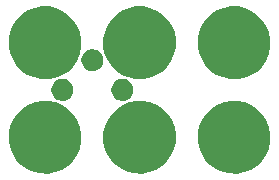
<source format=gts>
%TF.GenerationSoftware,KiCad,Pcbnew,4.0.5-e0-6337~49~ubuntu16.04.1*%
%TF.CreationDate,2017-01-20T19:30:51-08:00*%
%TF.ProjectId,2x3-Mini-Potentiometer-3386P-TH,3278332D4D696E692D506F74656E7469,1.0*%
%TF.FileFunction,Soldermask,Top*%
%FSLAX46Y46*%
G04 Gerber Fmt 4.6, Leading zero omitted, Abs format (unit mm)*
G04 Created by KiCad (PCBNEW 4.0.5-e0-6337~49~ubuntu16.04.1) date Fri Jan 20 19:30:51 2017*
%MOMM*%
%LPD*%
G01*
G04 APERTURE LIST*
%ADD10C,0.350000*%
G04 APERTURE END LIST*
D10*
G36*
X153783830Y-95842607D02*
X154374775Y-95963911D01*
X154930918Y-96197692D01*
X155431054Y-96535038D01*
X155856141Y-96963103D01*
X156189986Y-97465581D01*
X156419876Y-98023336D01*
X156536984Y-98614774D01*
X156536984Y-98614784D01*
X156537051Y-98615123D01*
X156527430Y-99304176D01*
X156527353Y-99304514D01*
X156527353Y-99304522D01*
X156393777Y-99892461D01*
X156148405Y-100443576D01*
X155800657Y-100936538D01*
X155363782Y-101352569D01*
X154854420Y-101675821D01*
X154291974Y-101893979D01*
X153697867Y-101998736D01*
X153094723Y-101986102D01*
X152505520Y-101856557D01*
X151952702Y-101615037D01*
X151457327Y-101270742D01*
X151038257Y-100836783D01*
X150711458Y-100329690D01*
X150489376Y-99768774D01*
X150380475Y-99175418D01*
X150388897Y-98572201D01*
X150514326Y-97982107D01*
X150751979Y-97427618D01*
X151092811Y-96929848D01*
X151523832Y-96507760D01*
X152028633Y-96177428D01*
X152587979Y-95951437D01*
X153180565Y-95838396D01*
X153783830Y-95842607D01*
X153783830Y-95842607D01*
G37*
G36*
X161783830Y-95842607D02*
X162374775Y-95963911D01*
X162930918Y-96197692D01*
X163431054Y-96535038D01*
X163856141Y-96963103D01*
X164189986Y-97465581D01*
X164419876Y-98023336D01*
X164536984Y-98614774D01*
X164536984Y-98614784D01*
X164537051Y-98615123D01*
X164527430Y-99304176D01*
X164527353Y-99304514D01*
X164527353Y-99304522D01*
X164393777Y-99892461D01*
X164148405Y-100443576D01*
X163800657Y-100936538D01*
X163363782Y-101352569D01*
X162854420Y-101675821D01*
X162291974Y-101893979D01*
X161697867Y-101998736D01*
X161094723Y-101986102D01*
X160505520Y-101856557D01*
X159952702Y-101615037D01*
X159457327Y-101270742D01*
X159038257Y-100836783D01*
X158711458Y-100329690D01*
X158489376Y-99768774D01*
X158380475Y-99175418D01*
X158388897Y-98572201D01*
X158514326Y-97982107D01*
X158751979Y-97427618D01*
X159092811Y-96929848D01*
X159523832Y-96507760D01*
X160028633Y-96177428D01*
X160587979Y-95951437D01*
X161180565Y-95838396D01*
X161783830Y-95842607D01*
X161783830Y-95842607D01*
G37*
G36*
X145783830Y-95842607D02*
X146374775Y-95963911D01*
X146930918Y-96197692D01*
X147431054Y-96535038D01*
X147856141Y-96963103D01*
X148189986Y-97465581D01*
X148419876Y-98023336D01*
X148536984Y-98614774D01*
X148536984Y-98614784D01*
X148537051Y-98615123D01*
X148527430Y-99304176D01*
X148527353Y-99304514D01*
X148527353Y-99304522D01*
X148393777Y-99892461D01*
X148148405Y-100443576D01*
X147800657Y-100936538D01*
X147363782Y-101352569D01*
X146854420Y-101675821D01*
X146291974Y-101893979D01*
X145697867Y-101998736D01*
X145094723Y-101986102D01*
X144505520Y-101856557D01*
X143952702Y-101615037D01*
X143457327Y-101270742D01*
X143038257Y-100836783D01*
X142711458Y-100329690D01*
X142489376Y-99768774D01*
X142380475Y-99175418D01*
X142388897Y-98572201D01*
X142514326Y-97982107D01*
X142751979Y-97427618D01*
X143092811Y-96929848D01*
X143523832Y-96507760D01*
X144028633Y-96177428D01*
X144587979Y-95951437D01*
X145180565Y-95838396D01*
X145783830Y-95842607D01*
X145783830Y-95842607D01*
G37*
G36*
X152098006Y-93991175D02*
X152275927Y-94027697D01*
X152443378Y-94098087D01*
X152593961Y-94199657D01*
X152721949Y-94328541D01*
X152822463Y-94479829D01*
X152891682Y-94647765D01*
X152926892Y-94825587D01*
X152926892Y-94825602D01*
X152926959Y-94825941D01*
X152924062Y-95033405D01*
X152923986Y-95033739D01*
X152923986Y-95033752D01*
X152883822Y-95210532D01*
X152809946Y-95376462D01*
X152705243Y-95524887D01*
X152573705Y-95650148D01*
X152420343Y-95747476D01*
X152250999Y-95813160D01*
X152072123Y-95844701D01*
X151890524Y-95840896D01*
X151713122Y-95801892D01*
X151546675Y-95729173D01*
X151397527Y-95625513D01*
X151271351Y-95494854D01*
X151172956Y-95342173D01*
X151106088Y-95173287D01*
X151073301Y-94994640D01*
X151075836Y-94813019D01*
X151113602Y-94635348D01*
X151185155Y-94468400D01*
X151287775Y-94318528D01*
X151417549Y-94191444D01*
X151569539Y-94091985D01*
X151737951Y-94023942D01*
X151916368Y-93989907D01*
X152098006Y-93991175D01*
X152098006Y-93991175D01*
G37*
G36*
X147018006Y-93991175D02*
X147195927Y-94027697D01*
X147363378Y-94098087D01*
X147513961Y-94199657D01*
X147641949Y-94328541D01*
X147742463Y-94479829D01*
X147811682Y-94647765D01*
X147846892Y-94825587D01*
X147846892Y-94825602D01*
X147846959Y-94825941D01*
X147844062Y-95033405D01*
X147843986Y-95033739D01*
X147843986Y-95033752D01*
X147803822Y-95210532D01*
X147729946Y-95376462D01*
X147625243Y-95524887D01*
X147493705Y-95650148D01*
X147340343Y-95747476D01*
X147170999Y-95813160D01*
X146992123Y-95844701D01*
X146810524Y-95840896D01*
X146633122Y-95801892D01*
X146466675Y-95729173D01*
X146317527Y-95625513D01*
X146191351Y-95494854D01*
X146092956Y-95342173D01*
X146026088Y-95173287D01*
X145993301Y-94994640D01*
X145995836Y-94813019D01*
X146033602Y-94635348D01*
X146105155Y-94468400D01*
X146207775Y-94318528D01*
X146337549Y-94191444D01*
X146489539Y-94091985D01*
X146657951Y-94023942D01*
X146836368Y-93989907D01*
X147018006Y-93991175D01*
X147018006Y-93991175D01*
G37*
G36*
X153783830Y-87842607D02*
X154374775Y-87963911D01*
X154930918Y-88197692D01*
X155431054Y-88535038D01*
X155856141Y-88963103D01*
X156189986Y-89465581D01*
X156419876Y-90023336D01*
X156536984Y-90614774D01*
X156536984Y-90614784D01*
X156537051Y-90615123D01*
X156527430Y-91304176D01*
X156527353Y-91304514D01*
X156527353Y-91304522D01*
X156393777Y-91892461D01*
X156148405Y-92443576D01*
X155800657Y-92936538D01*
X155363782Y-93352569D01*
X154854420Y-93675821D01*
X154291974Y-93893979D01*
X153697867Y-93998736D01*
X153094723Y-93986102D01*
X152505520Y-93856557D01*
X151952702Y-93615037D01*
X151457327Y-93270742D01*
X151038257Y-92836783D01*
X150711458Y-92329690D01*
X150489376Y-91768774D01*
X150380475Y-91175418D01*
X150388897Y-90572201D01*
X150514326Y-89982107D01*
X150751979Y-89427618D01*
X151092811Y-88929848D01*
X151523832Y-88507760D01*
X152028633Y-88177428D01*
X152587979Y-87951437D01*
X153180565Y-87838396D01*
X153783830Y-87842607D01*
X153783830Y-87842607D01*
G37*
G36*
X161783830Y-87842607D02*
X162374775Y-87963911D01*
X162930918Y-88197692D01*
X163431054Y-88535038D01*
X163856141Y-88963103D01*
X164189986Y-89465581D01*
X164419876Y-90023336D01*
X164536984Y-90614774D01*
X164536984Y-90614784D01*
X164537051Y-90615123D01*
X164527430Y-91304176D01*
X164527353Y-91304514D01*
X164527353Y-91304522D01*
X164393777Y-91892461D01*
X164148405Y-92443576D01*
X163800657Y-92936538D01*
X163363782Y-93352569D01*
X162854420Y-93675821D01*
X162291974Y-93893979D01*
X161697867Y-93998736D01*
X161094723Y-93986102D01*
X160505520Y-93856557D01*
X159952702Y-93615037D01*
X159457327Y-93270742D01*
X159038257Y-92836783D01*
X158711458Y-92329690D01*
X158489376Y-91768774D01*
X158380475Y-91175418D01*
X158388897Y-90572201D01*
X158514326Y-89982107D01*
X158751979Y-89427618D01*
X159092811Y-88929848D01*
X159523832Y-88507760D01*
X160028633Y-88177428D01*
X160587979Y-87951437D01*
X161180565Y-87838396D01*
X161783830Y-87842607D01*
X161783830Y-87842607D01*
G37*
G36*
X145783830Y-87842607D02*
X146374775Y-87963911D01*
X146930918Y-88197692D01*
X147431054Y-88535038D01*
X147856141Y-88963103D01*
X148189986Y-89465581D01*
X148419876Y-90023336D01*
X148536984Y-90614774D01*
X148536984Y-90614784D01*
X148537051Y-90615123D01*
X148527430Y-91304176D01*
X148527353Y-91304514D01*
X148527353Y-91304522D01*
X148393777Y-91892461D01*
X148148405Y-92443576D01*
X147800657Y-92936538D01*
X147363782Y-93352569D01*
X146854420Y-93675821D01*
X146291974Y-93893979D01*
X145697867Y-93998736D01*
X145094723Y-93986102D01*
X144505520Y-93856557D01*
X143952702Y-93615037D01*
X143457327Y-93270742D01*
X143038257Y-92836783D01*
X142711458Y-92329690D01*
X142489376Y-91768774D01*
X142380475Y-91175418D01*
X142388897Y-90572201D01*
X142514326Y-89982107D01*
X142751979Y-89427618D01*
X143092811Y-88929848D01*
X143523832Y-88507760D01*
X144028633Y-88177428D01*
X144587979Y-87951437D01*
X145180565Y-87838396D01*
X145783830Y-87842607D01*
X145783830Y-87842607D01*
G37*
G36*
X149558006Y-91463455D02*
X149735927Y-91499977D01*
X149903378Y-91570367D01*
X150053961Y-91671937D01*
X150181949Y-91800821D01*
X150282463Y-91952109D01*
X150351682Y-92120045D01*
X150386892Y-92297867D01*
X150386892Y-92297882D01*
X150386959Y-92298221D01*
X150384062Y-92505685D01*
X150383986Y-92506019D01*
X150383986Y-92506032D01*
X150343822Y-92682812D01*
X150269946Y-92848742D01*
X150165243Y-92997167D01*
X150033705Y-93122428D01*
X149880343Y-93219756D01*
X149710999Y-93285440D01*
X149532123Y-93316981D01*
X149350524Y-93313176D01*
X149173122Y-93274172D01*
X149006675Y-93201453D01*
X148857527Y-93097793D01*
X148731351Y-92967134D01*
X148632956Y-92814453D01*
X148566088Y-92645567D01*
X148533301Y-92466920D01*
X148535836Y-92285299D01*
X148573602Y-92107628D01*
X148645155Y-91940680D01*
X148747775Y-91790808D01*
X148877549Y-91663724D01*
X149029539Y-91564265D01*
X149197951Y-91496222D01*
X149376368Y-91462187D01*
X149558006Y-91463455D01*
X149558006Y-91463455D01*
G37*
M02*

</source>
